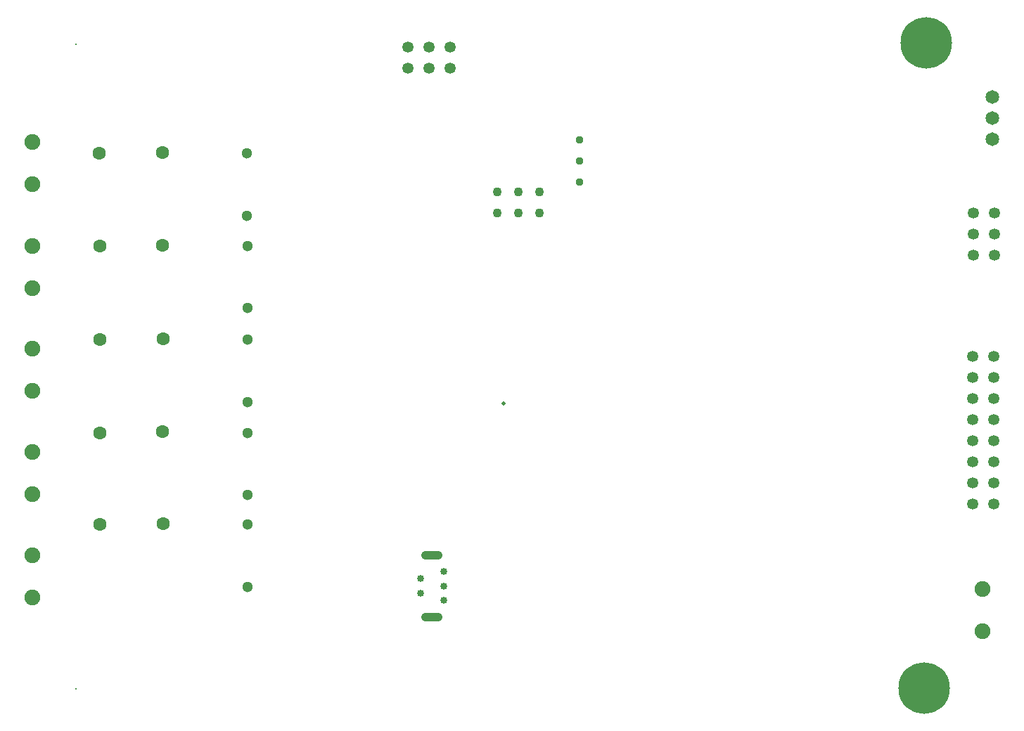
<source format=gbs>
G04*
G04 #@! TF.GenerationSoftware,Altium Limited,Altium Designer,25.2.1 (25)*
G04*
G04 Layer_Color=16711935*
%FSLAX44Y44*%
%MOMM*%
G71*
G04*
G04 #@! TF.SameCoordinates,A71CF6F4-CF6F-4F02-8CC4-27F24B5748F8*
G04*
G04*
G04 #@! TF.FilePolarity,Negative*
G04*
G01*
G75*
%ADD54C,6.2000*%
%ADD55O,2.6000X1.0500*%
%ADD56C,0.8500*%
%ADD57C,1.3500*%
%ADD58C,1.9000*%
%ADD59C,0.9400*%
%ADD60C,1.3000*%
%ADD61C,1.6000*%
%ADD62C,1.1000*%
%ADD63C,1.6500*%
%ADD64C,0.2000*%
%ADD65C,0.5000*%
D54*
X1126000Y825000D02*
D03*
X1123265Y48500D02*
D03*
D55*
X530679Y208531D02*
D03*
X530429Y133941D02*
D03*
D56*
X545179Y188441D02*
D03*
X517349Y179941D02*
D03*
X545179Y171191D02*
D03*
X517349Y162191D02*
D03*
X545179Y153691D02*
D03*
D57*
X552752Y820728D02*
D03*
Y795328D02*
D03*
X527352Y820728D02*
D03*
Y795328D02*
D03*
X501952Y820728D02*
D03*
Y795328D02*
D03*
X1181798Y448121D02*
D03*
X1207198D02*
D03*
X1181798Y422721D02*
D03*
X1207198D02*
D03*
X1181798Y397321D02*
D03*
X1207198D02*
D03*
X1181798Y371921D02*
D03*
X1207198D02*
D03*
X1181798Y346521D02*
D03*
X1207198D02*
D03*
X1181798Y321121D02*
D03*
X1207198D02*
D03*
X1181798Y295721D02*
D03*
X1207198D02*
D03*
X1181798Y270321D02*
D03*
X1207198D02*
D03*
X1182404Y620426D02*
D03*
X1207804D02*
D03*
X1182404Y595026D02*
D03*
X1207804D02*
D03*
X1182404Y569626D02*
D03*
X1207804D02*
D03*
D58*
X1193371Y117131D02*
D03*
Y167931D02*
D03*
X49500Y157384D02*
D03*
Y208184D02*
D03*
Y332934D02*
D03*
Y282134D02*
D03*
X49750Y406084D02*
D03*
Y456884D02*
D03*
Y580576D02*
D03*
Y529776D02*
D03*
Y655084D02*
D03*
Y705884D02*
D03*
D59*
X707867Y708506D02*
D03*
Y683106D02*
D03*
Y657706D02*
D03*
D60*
X308000Y692134D02*
D03*
Y617134D02*
D03*
X308500Y580884D02*
D03*
Y505884D02*
D03*
X308750Y467884D02*
D03*
Y392884D02*
D03*
X308500Y355884D02*
D03*
Y280884D02*
D03*
X308750Y245384D02*
D03*
Y170384D02*
D03*
D61*
X206000Y693134D02*
D03*
X130250Y692134D02*
D03*
X206500Y581884D02*
D03*
X130750Y580884D02*
D03*
X206750Y468884D02*
D03*
X131000Y467884D02*
D03*
X206500Y356884D02*
D03*
X130750Y355884D02*
D03*
X206750Y246384D02*
D03*
X131000Y245384D02*
D03*
D62*
X660119Y645754D02*
D03*
X660119Y620354D02*
D03*
X634719Y645754D02*
D03*
Y620354D02*
D03*
X609319Y645754D02*
D03*
Y620354D02*
D03*
D63*
X1205030Y709291D02*
D03*
Y734691D02*
D03*
Y760091D02*
D03*
D64*
X102339Y46933D02*
D03*
X102089Y823933D02*
D03*
D65*
X616480Y391433D02*
D03*
M02*

</source>
